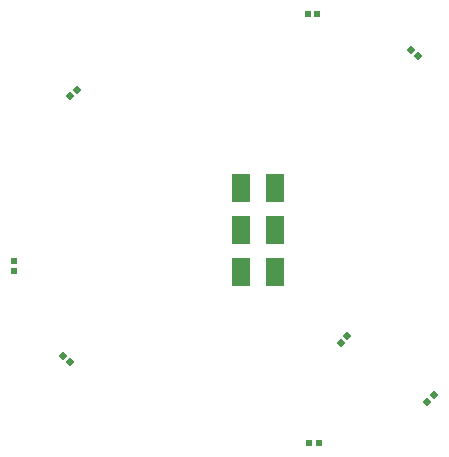
<source format=gtp>
G04*
G04 #@! TF.GenerationSoftware,Altium Limited,Altium Designer,23.1.1 (15)*
G04*
G04 Layer_Color=8421504*
%FSLAX44Y44*%
%MOMM*%
G71*
G04*
G04 #@! TF.SameCoordinates,B2BF10F3-798A-46CE-9BF2-DF2D7B13E792*
G04*
G04*
G04 #@! TF.FilePolarity,Positive*
G04*
G01*
G75*
%ADD14P,0.7354X4X270.0*%
%ADD15R,0.5200X0.5200*%
%ADD16P,0.7354X4X360.0*%
%ADD17R,0.5200X0.5200*%
%ADD18R,1.6000X2.4000*%
D14*
X864572Y723422D02*
D03*
X870229Y729079D02*
D03*
X641072Y937877D02*
D03*
X635415Y932220D02*
D03*
X937795Y673636D02*
D03*
X943452Y679293D02*
D03*
D15*
X844930Y1002030D02*
D03*
X836930D02*
D03*
X838010Y638810D02*
D03*
X846010D02*
D03*
D16*
X929928Y966182D02*
D03*
X924272Y971838D02*
D03*
X629632Y712758D02*
D03*
X635288Y707102D02*
D03*
D17*
X587911Y784859D02*
D03*
Y792859D02*
D03*
D18*
X809060Y819110D02*
D03*
X780560D02*
D03*
X809060Y854613D02*
D03*
X780560D02*
D03*
X809060Y783608D02*
D03*
X780560D02*
D03*
M02*

</source>
